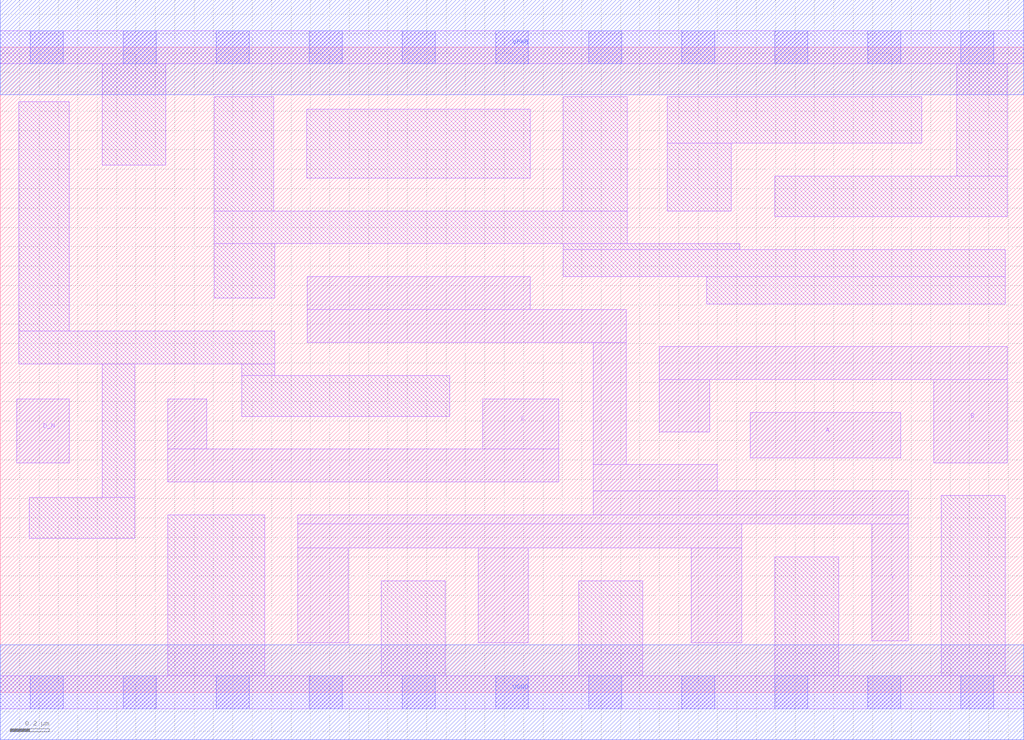
<source format=lef>
# Copyright 2020 The SkyWater PDK Authors
#
# Licensed under the Apache License, Version 2.0 (the "License");
# you may not use this file except in compliance with the License.
# You may obtain a copy of the License at
#
#     https://www.apache.org/licenses/LICENSE-2.0
#
# Unless required by applicable law or agreed to in writing, software
# distributed under the License is distributed on an "AS IS" BASIS,
# WITHOUT WARRANTIES OR CONDITIONS OF ANY KIND, either express or implied.
# See the License for the specific language governing permissions and
# limitations under the License.
#
# SPDX-License-Identifier: Apache-2.0

VERSION 5.7 ;
  NAMESCASESENSITIVE ON ;
  NOWIREEXTENSIONATPIN ON ;
  DIVIDERCHAR "/" ;
  BUSBITCHARS "[]" ;
UNITS
  DATABASE MICRONS 200 ;
END UNITS
MACRO sky130_fd_sc_lp__nor4b_2
  CLASS CORE ;
  SOURCE USER ;
  FOREIGN sky130_fd_sc_lp__nor4b_2 ;
  ORIGIN  0.000000  0.000000 ;
  SIZE  5.280000 BY  3.330000 ;
  SYMMETRY X Y R90 ;
  SITE unit ;
  PIN A
    ANTENNAGATEAREA  0.630000 ;
    DIRECTION INPUT ;
    USE SIGNAL ;
    PORT
      LAYER li1 ;
        RECT 3.870000 1.210000 4.645000 1.445000 ;
    END
  END A
  PIN B
    ANTENNAGATEAREA  0.630000 ;
    DIRECTION INPUT ;
    USE SIGNAL ;
    PORT
      LAYER li1 ;
        RECT 3.400000 1.345000 3.660000 1.615000 ;
        RECT 3.400000 1.615000 5.195000 1.785000 ;
        RECT 4.815000 1.185000 5.195000 1.615000 ;
    END
  END B
  PIN C
    ANTENNAGATEAREA  0.630000 ;
    DIRECTION INPUT ;
    USE SIGNAL ;
    PORT
      LAYER li1 ;
        RECT 0.865000 1.085000 2.880000 1.255000 ;
        RECT 0.865000 1.255000 1.065000 1.515000 ;
        RECT 2.490000 1.255000 2.880000 1.515000 ;
    END
  END C
  PIN D_N
    ANTENNAGATEAREA  0.126000 ;
    DIRECTION INPUT ;
    USE SIGNAL ;
    PORT
      LAYER li1 ;
        RECT 0.085000 1.185000 0.355000 1.515000 ;
    END
  END D_N
  PIN Y
    ANTENNADIFFAREA  1.293600 ;
    DIRECTION OUTPUT ;
    USE SIGNAL ;
    PORT
      LAYER li1 ;
        RECT 1.535000 0.255000 1.795000 0.745000 ;
        RECT 1.535000 0.745000 3.825000 0.870000 ;
        RECT 1.535000 0.870000 4.685000 0.915000 ;
        RECT 1.585000 1.805000 3.230000 1.975000 ;
        RECT 1.585000 1.975000 2.735000 2.145000 ;
        RECT 2.465000 0.255000 2.725000 0.745000 ;
        RECT 3.060000 0.915000 4.685000 1.040000 ;
        RECT 3.060000 1.040000 3.700000 1.175000 ;
        RECT 3.060000 1.175000 3.230000 1.805000 ;
        RECT 3.565000 0.255000 3.825000 0.745000 ;
        RECT 4.495000 0.265000 4.685000 0.870000 ;
    END
  END Y
  PIN VGND
    DIRECTION INOUT ;
    USE GROUND ;
    PORT
      LAYER met1 ;
        RECT 0.000000 -0.245000 5.280000 0.245000 ;
    END
  END VGND
  PIN VPWR
    DIRECTION INOUT ;
    USE POWER ;
    PORT
      LAYER met1 ;
        RECT 0.000000 3.085000 5.280000 3.575000 ;
    END
  END VPWR
  OBS
    LAYER li1 ;
      RECT 0.000000 -0.085000 5.280000 0.085000 ;
      RECT 0.000000  3.245000 5.280000 3.415000 ;
      RECT 0.095000  1.695000 1.415000 1.865000 ;
      RECT 0.095000  1.865000 0.355000 3.050000 ;
      RECT 0.150000  0.795000 0.695000 1.005000 ;
      RECT 0.525000  1.005000 0.695000 1.695000 ;
      RECT 0.525000  2.720000 0.855000 3.245000 ;
      RECT 0.865000  0.085000 1.365000 0.915000 ;
      RECT 1.105000  2.035000 1.415000 2.315000 ;
      RECT 1.105000  2.315000 3.235000 2.485000 ;
      RECT 1.105000  2.485000 1.410000 3.075000 ;
      RECT 1.245000  1.425000 2.320000 1.635000 ;
      RECT 1.245000  1.635000 1.415000 1.695000 ;
      RECT 1.580000  2.655000 2.735000 3.010000 ;
      RECT 1.965000  0.085000 2.295000 0.575000 ;
      RECT 2.905000  2.145000 5.185000 2.285000 ;
      RECT 2.905000  2.285000 3.815000 2.315000 ;
      RECT 2.905000  2.485000 3.235000 3.075000 ;
      RECT 2.985000  0.085000 3.315000 0.575000 ;
      RECT 3.440000  2.485000 3.770000 2.835000 ;
      RECT 3.440000  2.835000 4.755000 3.075000 ;
      RECT 3.645000  2.005000 5.185000 2.145000 ;
      RECT 3.995000  0.085000 4.325000 0.700000 ;
      RECT 3.995000  2.455000 5.195000 2.665000 ;
      RECT 4.855000  0.085000 5.185000 1.015000 ;
      RECT 4.935000  2.665000 5.195000 3.245000 ;
    LAYER mcon ;
      RECT 0.155000 -0.085000 0.325000 0.085000 ;
      RECT 0.155000  3.245000 0.325000 3.415000 ;
      RECT 0.635000 -0.085000 0.805000 0.085000 ;
      RECT 0.635000  3.245000 0.805000 3.415000 ;
      RECT 1.115000 -0.085000 1.285000 0.085000 ;
      RECT 1.115000  3.245000 1.285000 3.415000 ;
      RECT 1.595000 -0.085000 1.765000 0.085000 ;
      RECT 1.595000  3.245000 1.765000 3.415000 ;
      RECT 2.075000 -0.085000 2.245000 0.085000 ;
      RECT 2.075000  3.245000 2.245000 3.415000 ;
      RECT 2.555000 -0.085000 2.725000 0.085000 ;
      RECT 2.555000  3.245000 2.725000 3.415000 ;
      RECT 3.035000 -0.085000 3.205000 0.085000 ;
      RECT 3.035000  3.245000 3.205000 3.415000 ;
      RECT 3.515000 -0.085000 3.685000 0.085000 ;
      RECT 3.515000  3.245000 3.685000 3.415000 ;
      RECT 3.995000 -0.085000 4.165000 0.085000 ;
      RECT 3.995000  3.245000 4.165000 3.415000 ;
      RECT 4.475000 -0.085000 4.645000 0.085000 ;
      RECT 4.475000  3.245000 4.645000 3.415000 ;
      RECT 4.955000 -0.085000 5.125000 0.085000 ;
      RECT 4.955000  3.245000 5.125000 3.415000 ;
  END
END sky130_fd_sc_lp__nor4b_2

</source>
